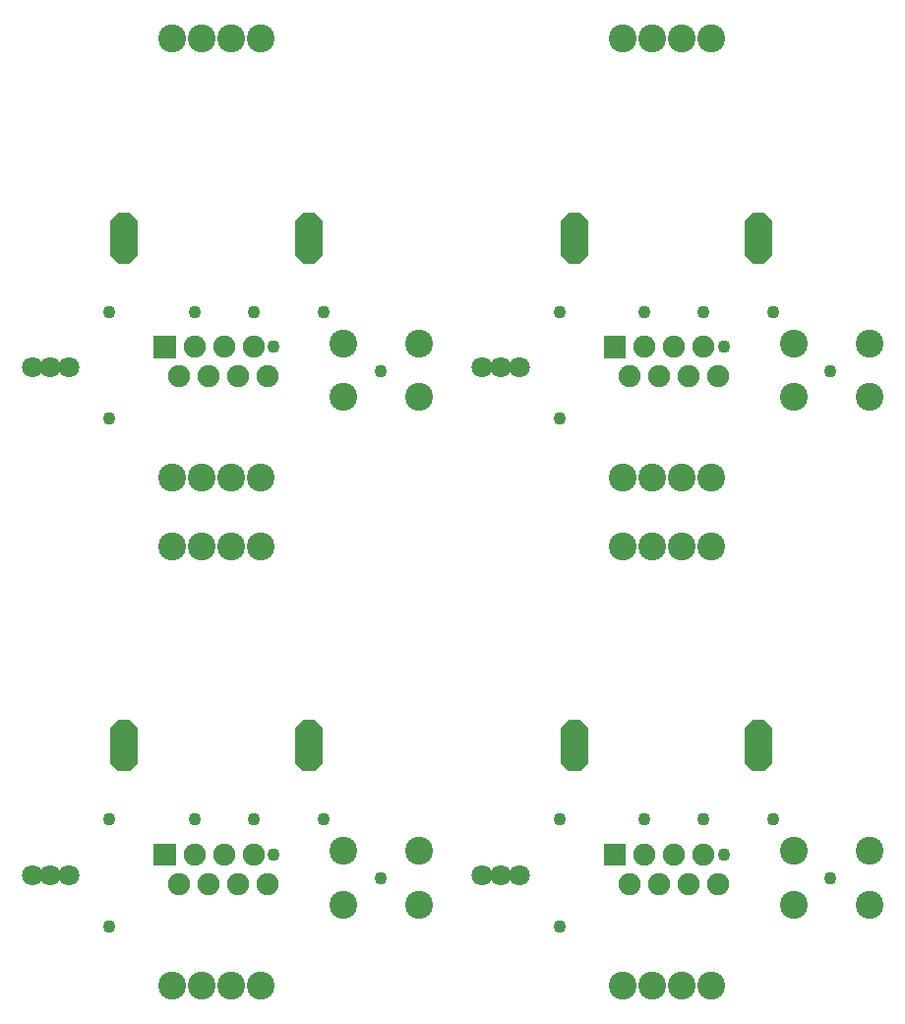
<source format=gbr>
%FSLAX34Y34*%
%MOMM*%
%LNSOLDERMASK_TOP*%
G71*
G01*
%ADD10C, 1.900*%
%ADD11C, 1.800*%
%ADD12C, 2.400*%
%ADD13C, 1.100*%
%ADD14C, 1.100*%
%LPD*%
X201612Y-301625D02*
G54D10*
D03*
X188812Y-327025D02*
G54D10*
D03*
X163412Y-327025D02*
G54D10*
D03*
X227012Y-301625D02*
G54D10*
D03*
G36*
X160312Y-311125D02*
X141312Y-311125D01*
X141312Y-292125D01*
X160312Y-292125D01*
X160312Y-311125D01*
G37*
X214212Y-327025D02*
G54D10*
D03*
X239612Y-327025D02*
G54D10*
D03*
X176212Y-301625D02*
G54D10*
D03*
G36*
X103912Y-192982D02*
X110932Y-185962D01*
X120892Y-185962D01*
X127912Y-192982D01*
X127912Y-222942D01*
X120892Y-229962D01*
X110932Y-229962D01*
X103912Y-222942D01*
X103912Y-192982D01*
G37*
G36*
X262612Y-192982D02*
X269632Y-185962D01*
X279592Y-185962D01*
X286612Y-192982D01*
X286612Y-222942D01*
X279592Y-229962D01*
X269632Y-229962D01*
X262612Y-222942D01*
X262612Y-192982D01*
G37*
X36538Y-319062D02*
G54D11*
D03*
X52388Y-319088D02*
G54D11*
D03*
X68262Y-319088D02*
G54D11*
D03*
X369912Y-344462D02*
G54D12*
D03*
X369888Y-298450D02*
G54D12*
D03*
X304812Y-344462D02*
G54D12*
D03*
X304800Y-298575D02*
G54D12*
D03*
X233362Y-414338D02*
G54D12*
D03*
X207962Y-414338D02*
G54D12*
D03*
X182562Y-414338D02*
G54D12*
D03*
X157162Y-414338D02*
G54D12*
D03*
X287350Y-271450D02*
G54D13*
D03*
X227012Y-271462D02*
G54D14*
D03*
X103188Y-363538D02*
G54D13*
D03*
X336550Y-322262D02*
G54D13*
D03*
X103200Y-271450D02*
G54D13*
D03*
X176212Y-271462D02*
G54D13*
D03*
X244475Y-301625D02*
G54D13*
D03*
X157162Y-36462D02*
G54D12*
D03*
X182562Y-36462D02*
G54D12*
D03*
X207962Y-36462D02*
G54D12*
D03*
X233362Y-36462D02*
G54D12*
D03*
X588962Y-301625D02*
G54D10*
D03*
X576162Y-327025D02*
G54D10*
D03*
X550762Y-327025D02*
G54D10*
D03*
X614362Y-301625D02*
G54D10*
D03*
G36*
X547662Y-311125D02*
X528662Y-311125D01*
X528662Y-292125D01*
X547662Y-292125D01*
X547662Y-311125D01*
G37*
X601562Y-327025D02*
G54D10*
D03*
X626962Y-327025D02*
G54D10*
D03*
X563562Y-301625D02*
G54D10*
D03*
G36*
X491262Y-192982D02*
X498282Y-185962D01*
X508242Y-185962D01*
X515262Y-192982D01*
X515262Y-222942D01*
X508242Y-229962D01*
X498282Y-229962D01*
X491262Y-222942D01*
X491262Y-192982D01*
G37*
G36*
X649962Y-192982D02*
X656982Y-185962D01*
X666942Y-185962D01*
X673962Y-192982D01*
X673962Y-222942D01*
X666942Y-229962D01*
X656982Y-229962D01*
X649962Y-222942D01*
X649962Y-192982D01*
G37*
X423888Y-319062D02*
G54D11*
D03*
X439738Y-319088D02*
G54D11*
D03*
X455612Y-319088D02*
G54D11*
D03*
X757262Y-344462D02*
G54D12*
D03*
X757238Y-298450D02*
G54D12*
D03*
X692162Y-344462D02*
G54D12*
D03*
X692150Y-298575D02*
G54D12*
D03*
X620712Y-414338D02*
G54D12*
D03*
X595312Y-414338D02*
G54D12*
D03*
X569912Y-414338D02*
G54D12*
D03*
X544512Y-414338D02*
G54D12*
D03*
X674700Y-271450D02*
G54D13*
D03*
X614362Y-271462D02*
G54D14*
D03*
X490538Y-363538D02*
G54D13*
D03*
X723900Y-322262D02*
G54D13*
D03*
X490550Y-271450D02*
G54D13*
D03*
X563562Y-271462D02*
G54D13*
D03*
X631825Y-301625D02*
G54D13*
D03*
X544512Y-36462D02*
G54D12*
D03*
X569912Y-36462D02*
G54D12*
D03*
X595312Y-36462D02*
G54D12*
D03*
X620712Y-36462D02*
G54D12*
D03*
X201612Y-738188D02*
G54D10*
D03*
X188812Y-763588D02*
G54D10*
D03*
X163412Y-763588D02*
G54D10*
D03*
X227012Y-738188D02*
G54D10*
D03*
G36*
X160312Y-747688D02*
X141312Y-747688D01*
X141312Y-728688D01*
X160312Y-728688D01*
X160312Y-747688D01*
G37*
X214212Y-763588D02*
G54D10*
D03*
X239612Y-763588D02*
G54D10*
D03*
X176212Y-738188D02*
G54D10*
D03*
G36*
X103912Y-629545D02*
X110932Y-622525D01*
X120892Y-622525D01*
X127912Y-629545D01*
X127912Y-659505D01*
X120892Y-666525D01*
X110932Y-666525D01*
X103912Y-659505D01*
X103912Y-629545D01*
G37*
G36*
X262612Y-629545D02*
X269632Y-622525D01*
X279592Y-622525D01*
X286612Y-629545D01*
X286612Y-659505D01*
X279592Y-666525D01*
X269632Y-666525D01*
X262612Y-659505D01*
X262612Y-629545D01*
G37*
X36538Y-755625D02*
G54D11*
D03*
X52388Y-755650D02*
G54D11*
D03*
X68262Y-755650D02*
G54D11*
D03*
X369912Y-781025D02*
G54D12*
D03*
X369888Y-735012D02*
G54D12*
D03*
X304812Y-781025D02*
G54D12*
D03*
X304800Y-735138D02*
G54D12*
D03*
X233362Y-850900D02*
G54D12*
D03*
X207962Y-850900D02*
G54D12*
D03*
X182562Y-850900D02*
G54D12*
D03*
X157162Y-850900D02*
G54D12*
D03*
X287350Y-708012D02*
G54D13*
D03*
X227012Y-708025D02*
G54D14*
D03*
X103188Y-800100D02*
G54D13*
D03*
X336550Y-758825D02*
G54D13*
D03*
X103200Y-708012D02*
G54D13*
D03*
X176212Y-708025D02*
G54D13*
D03*
X244475Y-738188D02*
G54D13*
D03*
X157162Y-473025D02*
G54D12*
D03*
X182562Y-473025D02*
G54D12*
D03*
X207962Y-473025D02*
G54D12*
D03*
X233362Y-473025D02*
G54D12*
D03*
X588962Y-738188D02*
G54D10*
D03*
X576162Y-763588D02*
G54D10*
D03*
X550762Y-763588D02*
G54D10*
D03*
X614362Y-738188D02*
G54D10*
D03*
G36*
X547662Y-747688D02*
X528662Y-747688D01*
X528662Y-728688D01*
X547662Y-728688D01*
X547662Y-747688D01*
G37*
X601562Y-763588D02*
G54D10*
D03*
X626962Y-763588D02*
G54D10*
D03*
X563562Y-738188D02*
G54D10*
D03*
G36*
X491262Y-629545D02*
X498282Y-622525D01*
X508242Y-622525D01*
X515262Y-629545D01*
X515262Y-659505D01*
X508242Y-666525D01*
X498282Y-666525D01*
X491262Y-659505D01*
X491262Y-629545D01*
G37*
G36*
X649962Y-629545D02*
X656982Y-622525D01*
X666942Y-622525D01*
X673962Y-629545D01*
X673962Y-659505D01*
X666942Y-666525D01*
X656982Y-666525D01*
X649962Y-659505D01*
X649962Y-629545D01*
G37*
X423888Y-755625D02*
G54D11*
D03*
X439738Y-755650D02*
G54D11*
D03*
X455612Y-755650D02*
G54D11*
D03*
X757262Y-781025D02*
G54D12*
D03*
X757238Y-735012D02*
G54D12*
D03*
X692162Y-781025D02*
G54D12*
D03*
X692150Y-735138D02*
G54D12*
D03*
X620712Y-850900D02*
G54D12*
D03*
X595312Y-850900D02*
G54D12*
D03*
X569912Y-850900D02*
G54D12*
D03*
X544512Y-850900D02*
G54D12*
D03*
X674700Y-708012D02*
G54D13*
D03*
X614362Y-708025D02*
G54D14*
D03*
X490538Y-800100D02*
G54D13*
D03*
X723900Y-758825D02*
G54D13*
D03*
X490550Y-708012D02*
G54D13*
D03*
X563562Y-708025D02*
G54D13*
D03*
X631825Y-738188D02*
G54D13*
D03*
X544512Y-473025D02*
G54D12*
D03*
X569912Y-473025D02*
G54D12*
D03*
X595312Y-473025D02*
G54D12*
D03*
X620712Y-473025D02*
G54D12*
D03*
M02*

</source>
